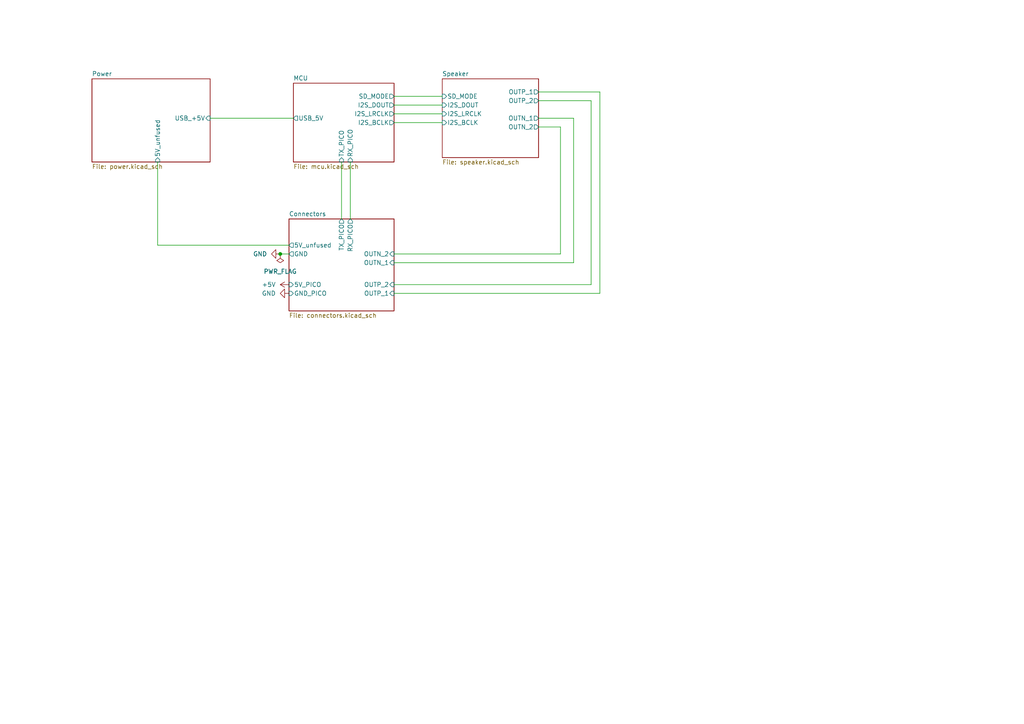
<source format=kicad_sch>
(kicad_sch (version 20250114) (generator "eeschema") (generator_version "9.0")
  (paper "A4")
  (lib_symbols
    (symbol "power:+5V" (power) (pin_numbers (hide yes)) (pin_names (offset 0) (hide yes))
      (property "Value" "+5V" (at 0 3.556 0))
      (symbol "+5V_0_1"
        (polyline (pts (xy -0.762 1.27) (xy 0 2.54)))
        (polyline (pts (xy 0 2.54) (xy 0.762 1.27)))
        (polyline (pts (xy 0 0) (xy 0 2.54)))
      )
      (symbol "+5V_1_1"
        (pin power_in line (at 0 0 90) (length 0) (name "~") (number "1"))
      )
    )
    (symbol "power:GND" (power) (pin_numbers (hide yes)) (pin_names (offset 0) (hide yes))
      (property "Value" "GND" (at 0 -3.81 0))
      (symbol "GND_0_1"
        (polyline (pts (xy 0 0) (xy 0 -1.27) (xy 1.27 -1.27) (xy 0 -2.54) (xy -1.27 -1.27) (xy 0 -1.27)))
      )
      (symbol "GND_1_1"
        (pin power_in line (at 0 0 270) (length 0) (name "~") (number "1"))
      )
    )
    (symbol "power:PWR_FLAG" (power) (pin_numbers (hide yes)) (pin_names (offset 0) (hide yes))
      (property "Value" "PWR_FLAG" (at 0 3.81 0))
      (symbol "PWR_FLAG_0_0"
        (pin power_out line (at 0 0 90) (length 0) (name "~") (number "1"))
      )
      (symbol "PWR_FLAG_0_1"
        (polyline (pts (xy 0 0) (xy 0 1.27) (xy -1.016 1.905) (xy 0 2.54) (xy 1.016 1.905) (xy 0 1.27)))
      )
    )
  )
  (junction (at 81.28 73.66))
  (wire (pts (xy 83.82 71.12) (xy 45.72 71.12)))
  (wire (pts (xy 45.72 71.12) (xy 45.72 46.99)))
  (wire (pts (xy 173.99 26.67) (xy 173.99 85.09)))
  (wire (pts (xy 173.99 85.09) (xy 114.3 85.09)))
  (wire (pts (xy 114.3 30.48) (xy 128.27 30.48)))
  (wire (pts (xy 114.3 82.55) (xy 171.45 82.55)))
  (wire (pts (xy 162.56 36.83) (xy 162.56 73.66)))
  (wire (pts (xy 114.3 33.02) (xy 128.27 33.02)))
  (wire (pts (xy 171.45 29.21) (xy 156.21 29.21)))
  (wire (pts (xy 166.37 34.29) (xy 156.21 34.29)))
  (wire (pts (xy 81.28 73.66) (xy 83.82 73.66)))
  (wire (pts (xy 99.06 46.99) (xy 99.06 63.5)))
  (wire (pts (xy 171.45 82.55) (xy 171.45 29.21)))
  (wire (pts (xy 114.3 27.94) (xy 128.27 27.94)))
  (wire (pts (xy 156.21 36.83) (xy 162.56 36.83)))
  (wire (pts (xy 114.3 35.56) (xy 128.27 35.56)))
  (wire (pts (xy 156.21 26.67) (xy 173.99 26.67)))
  (wire (pts (xy 114.3 76.2) (xy 166.37 76.2)))
  (wire (pts (xy 101.6 46.99) (xy 101.6 63.5)))
  (wire (pts (xy 162.56 73.66) (xy 114.3 73.66)))
  (wire (pts (xy 166.37 76.2) (xy 166.37 34.29)))
  (wire (pts (xy 60.96 34.29) (xy 85.09 34.29)))
  (symbol (lib_id "power:GND") (at 81.28 73.66 270) (unit 1)
    (property "Reference" "#PWR047" (effects (hide yes)))
    (property "Value" "GND" (at 77.47 73.6599 90) (effects (justify right)))
    (property "Description" "Power symbol creates a global label with name \"GND\" , ground" (effects (hide yes)))
  )
  (symbol (lib_id "power:+5V") (at 83.82 82.55 90) (unit 1)
    (property "Reference" "#PWR014" (effects (hide yes)))
    (property "Value" "+5V" (at 80.01 82.5499 90) (effects (justify left)))
    (property "Description" "Power symbol creates a global label with name \"+5V\"" (effects (hide yes)))
  )
  (symbol (lib_id "power:GND") (at 83.82 85.09 270) (unit 1)
    (property "Reference" "#PWR015" (effects (hide yes)))
    (property "Value" "GND" (at 80.01 85.0899 90) (effects (justify right)))
    (property "Description" "Power symbol creates a global label with name \"GND\" , ground" (effects (hide yes)))
  )
  (symbol (lib_id "power:PWR_FLAG") (at 81.28 73.66 180) (unit 1)
    (property "Reference" "#FLG04" (effects (hide yes)))
    (property "Value" "PWR_FLAG" (at 81.28 78.74 0))
    (property "Description" "Special symbol for telling ERC where power comes from" (effects (hide yes)))
  )
  (sheet (at 26.67 22.86) (size 34.29 24.13) (stroke (width 0.1524))
    (property "Sheetname" "Power" (at 26.67 22.1484 0) (effects (justify left bottom)))
    (property "Sheetfile" "power.kicad_sch" (at 26.67 47.5746 0) (effects (justify left top)))
    (pin "5V_unfused" input (at 45.72 46.99 270))
    (pin "USB_+5V" input (at 60.96 34.29 0))
  )
  (sheet (at 83.82 63.5) (size 30.48 26.67) (stroke (width 0.1524))
    (property "Sheetname" "Connectors" (at 83.82 62.7884 0) (effects (justify left bottom)))
    (property "Sheetfile" "connectors.kicad_sch" (at 83.82 90.7546 0) (effects (justify left top)))
    (pin "GND" output (at 83.82 73.66 180))
    (pin "5V_unfused" output (at 83.82 71.12 180))
    (pin "OUTP_1" input (at 114.3 85.09 0))
    (pin "TX_PICO" output (at 99.06 63.5 90))
    (pin "OUTP_2" input (at 114.3 82.55 0))
    (pin "OUTN_1" input (at 114.3 76.2 0))
    (pin "OUTN_2" input (at 114.3 73.66 0))
    (pin "RX_PICO" output (at 101.6 63.5 90))
    (pin "5V_PICO" input (at 83.82 82.55 180))
    (pin "GND_PICO" input (at 83.82 85.09 180))
  )
  (sheet (at 85.09 24.13) (size 29.21 22.86) (stroke (width 0.1524))
    (property "Sheetname" "MCU" (at 85.09 23.4184 0) (effects (justify left bottom)))
    (property "Sheetfile" "mcu.kicad_sch" (at 85.09 47.5746 0) (effects (justify left top)))
    (pin "SD_MODE" output (at 114.3 27.94 0))
    (pin "RX_PICO" input (at 101.6 46.99 270))
    (pin "USB_5V" output (at 85.09 34.29 180))
    (pin "I2S_DOUT" output (at 114.3 30.48 0))
    (pin "I2S_LRCLK" output (at 114.3 33.02 0))
    (pin "TX_PICO" input (at 99.06 46.99 270))
    (pin "I2S_BCLK" output (at 114.3 35.56 0))
  )
  (sheet (at 128.27 22.86) (size 27.94 22.86) (stroke (width 0.1524))
    (property "Sheetname" "Speaker" (at 128.27 22.1484 0) (effects (justify left bottom)))
    (property "Sheetfile" "speaker.kicad_sch" (at 128.27 46.3046 0) (effects (justify left top)))
    (pin "OUTP_1" output (at 156.21 26.67 0))
    (pin "OUTN_1" output (at 156.21 34.29 0))
    (pin "I2S_LRCLK" input (at 128.27 33.02 180))
    (pin "I2S_BCLK" input (at 128.27 35.56 180))
    (pin "I2S_DOUT" input (at 128.27 30.48 180))
    (pin "OUTP_2" output (at 156.21 29.21 0))
    (pin "OUTN_2" output (at 156.21 36.83 0))
    (pin "SD_MODE" input (at 128.27 27.94 180))
  )
)
</source>
